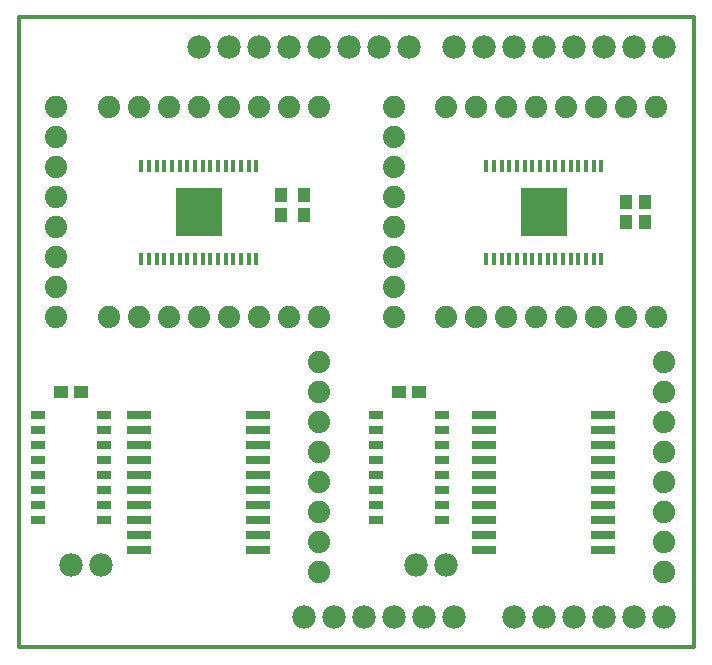
<source format=gts>
G75*
%MOIN*%
%OFA0B0*%
%FSLAX24Y24*%
%IPPOS*%
%LPD*%
%AMOC8*
5,1,8,0,0,1.08239X$1,22.5*
%
%ADD10C,0.0120*%
%ADD11R,0.0840X0.0300*%
%ADD12R,0.0512X0.0276*%
%ADD13C,0.0740*%
%ADD14R,0.0126X0.0402*%
%ADD15R,0.0114X0.0390*%
%ADD16R,0.1535X0.1614*%
%ADD17C,0.0780*%
%ADD18R,0.0473X0.0434*%
%ADD19R,0.0434X0.0473*%
D10*
X006252Y000160D02*
X006252Y021156D01*
X028747Y021156D01*
X028747Y000160D01*
X006252Y000160D01*
D11*
X010272Y003410D03*
X010272Y003910D03*
X010272Y004410D03*
X010272Y004910D03*
X010272Y005410D03*
X010272Y005910D03*
X010272Y006410D03*
X010272Y006910D03*
X010272Y007410D03*
X010272Y007910D03*
X014232Y007910D03*
X014232Y007410D03*
X014232Y006910D03*
X014232Y006410D03*
X014232Y005910D03*
X014232Y005410D03*
X014232Y004910D03*
X014232Y004410D03*
X014232Y003910D03*
X014232Y003410D03*
X021772Y003410D03*
X021772Y003910D03*
X021772Y004410D03*
X021772Y004910D03*
X021772Y005410D03*
X021772Y005910D03*
X021772Y006410D03*
X021772Y006910D03*
X021772Y007410D03*
X021772Y007910D03*
X025732Y007910D03*
X025732Y007410D03*
X025732Y006910D03*
X025732Y006410D03*
X025732Y005910D03*
X025732Y005410D03*
X025732Y004910D03*
X025732Y004410D03*
X025732Y003910D03*
X025732Y003410D03*
D12*
X020355Y004410D03*
X020355Y004910D03*
X020355Y005410D03*
X020355Y005910D03*
X020355Y006410D03*
X020355Y006910D03*
X020355Y007410D03*
X020355Y007910D03*
X018150Y007910D03*
X018150Y007410D03*
X018150Y006910D03*
X018150Y006410D03*
X018150Y005910D03*
X018150Y005410D03*
X018150Y004910D03*
X018150Y004410D03*
X009105Y004410D03*
X009105Y004910D03*
X009105Y005410D03*
X009105Y005910D03*
X009105Y006410D03*
X009105Y006910D03*
X009105Y007410D03*
X009105Y007910D03*
X006900Y007910D03*
X006900Y007410D03*
X006900Y006910D03*
X006900Y006410D03*
X006900Y005910D03*
X006900Y005410D03*
X006900Y004910D03*
X006900Y004410D03*
D13*
X007502Y011160D03*
X007502Y012160D03*
X007502Y013160D03*
X007502Y014160D03*
X007502Y015160D03*
X007502Y016160D03*
X007502Y017160D03*
X007502Y018160D03*
X009252Y018160D03*
X010252Y018160D03*
X011252Y018160D03*
X012252Y018160D03*
X013252Y018160D03*
X014252Y018160D03*
X015252Y018160D03*
X016252Y018160D03*
X018752Y018160D03*
X018752Y017160D03*
X018752Y016160D03*
X018752Y015160D03*
X018752Y014160D03*
X018752Y013160D03*
X018752Y012160D03*
X018752Y011160D03*
X020502Y011160D03*
X021502Y011160D03*
X022502Y011160D03*
X023502Y011160D03*
X024502Y011160D03*
X025502Y011160D03*
X026502Y011160D03*
X027502Y011160D03*
X027752Y009660D03*
X027752Y008660D03*
X027752Y007660D03*
X027752Y006660D03*
X027752Y005660D03*
X027752Y004660D03*
X027752Y003660D03*
X027752Y002660D03*
X016252Y002660D03*
X016252Y003660D03*
X016252Y004660D03*
X016252Y005660D03*
X016252Y006660D03*
X016252Y007660D03*
X016252Y008660D03*
X016252Y009660D03*
X016252Y011160D03*
X015252Y011160D03*
X014252Y011160D03*
X013252Y011160D03*
X012252Y011160D03*
X011252Y011160D03*
X010252Y011160D03*
X009252Y011160D03*
X020502Y018160D03*
X021502Y018160D03*
X022502Y018160D03*
X023502Y018160D03*
X024502Y018160D03*
X025502Y018160D03*
X026502Y018160D03*
X027502Y018160D03*
D14*
X025672Y016215D03*
X025416Y016215D03*
X025160Y016215D03*
X024904Y016215D03*
X024648Y016215D03*
X024392Y016215D03*
X024136Y016215D03*
X023880Y016215D03*
X023624Y016215D03*
X023369Y016215D03*
X023113Y016215D03*
X022857Y016215D03*
X022601Y016215D03*
X022345Y016215D03*
X022089Y016215D03*
X021833Y016215D03*
X021833Y013105D03*
X022089Y013105D03*
X022345Y013105D03*
X022601Y013105D03*
X022857Y013105D03*
X023113Y013105D03*
X023369Y013105D03*
X023624Y013105D03*
X023880Y013105D03*
X024136Y013105D03*
X024392Y013105D03*
X024648Y013105D03*
X024904Y013105D03*
X025160Y013105D03*
X025416Y013105D03*
X025672Y013105D03*
X014172Y013105D03*
X013916Y013105D03*
X013660Y013105D03*
X013404Y013105D03*
X013148Y013105D03*
X012892Y013105D03*
X012636Y013105D03*
X012380Y013105D03*
X012124Y013105D03*
X011869Y013105D03*
X011613Y013105D03*
X011357Y013105D03*
X011101Y013105D03*
X010845Y013105D03*
X010589Y013105D03*
X010333Y013105D03*
X010333Y016215D03*
X010589Y016215D03*
X010845Y016215D03*
X011101Y016215D03*
X011357Y016215D03*
X011613Y016215D03*
X011869Y016215D03*
X012124Y016215D03*
X012380Y016215D03*
X012636Y016215D03*
X012892Y016215D03*
X013148Y016215D03*
X013404Y016215D03*
X013660Y016215D03*
X013916Y016215D03*
X014172Y016215D03*
D15*
X014172Y016215D03*
X013916Y016215D03*
X013660Y016215D03*
X013404Y016215D03*
X013148Y016215D03*
X012892Y016215D03*
X012636Y016215D03*
X012380Y016215D03*
X012124Y016215D03*
X011869Y016215D03*
X011613Y016215D03*
X011357Y016215D03*
X011101Y016215D03*
X010845Y016215D03*
X010589Y016215D03*
X010333Y016215D03*
X010333Y013105D03*
X010589Y013105D03*
X010845Y013105D03*
X011101Y013105D03*
X011357Y013105D03*
X011613Y013105D03*
X011869Y013105D03*
X012124Y013105D03*
X012380Y013105D03*
X012636Y013105D03*
X012892Y013105D03*
X013148Y013105D03*
X013404Y013105D03*
X013660Y013105D03*
X013916Y013105D03*
X014172Y013105D03*
X021833Y013105D03*
X022089Y013105D03*
X022345Y013105D03*
X022601Y013105D03*
X022857Y013105D03*
X023113Y013105D03*
X023369Y013105D03*
X023624Y013105D03*
X023880Y013105D03*
X024136Y013105D03*
X024392Y013105D03*
X024648Y013105D03*
X024904Y013105D03*
X025160Y013105D03*
X025416Y013105D03*
X025672Y013105D03*
X025672Y016215D03*
X025416Y016215D03*
X025160Y016215D03*
X024904Y016215D03*
X024648Y016215D03*
X024392Y016215D03*
X024136Y016215D03*
X023880Y016215D03*
X023624Y016215D03*
X023369Y016215D03*
X023113Y016215D03*
X022857Y016215D03*
X022601Y016215D03*
X022345Y016215D03*
X022089Y016215D03*
X021833Y016215D03*
D16*
X023752Y014660D03*
X012252Y014660D03*
D17*
X012252Y020160D03*
X013252Y020160D03*
X014252Y020160D03*
X015252Y020160D03*
X016252Y020160D03*
X017252Y020160D03*
X018252Y020160D03*
X019252Y020160D03*
X020752Y020160D03*
X021752Y020160D03*
X022752Y020160D03*
X023752Y020160D03*
X024752Y020160D03*
X025752Y020160D03*
X026752Y020160D03*
X027752Y020160D03*
X020502Y002910D03*
X019502Y002910D03*
X019752Y001160D03*
X020752Y001160D03*
X018752Y001160D03*
X017752Y001160D03*
X016752Y001160D03*
X015752Y001160D03*
X009002Y002910D03*
X008002Y002910D03*
X022752Y001160D03*
X023752Y001160D03*
X024752Y001160D03*
X025752Y001160D03*
X026752Y001160D03*
X027752Y001160D03*
D18*
X019587Y008660D03*
X018918Y008660D03*
X008337Y008660D03*
X007668Y008660D03*
D19*
X015002Y014575D03*
X015752Y014575D03*
X015752Y015245D03*
X015002Y015245D03*
X026502Y014995D03*
X027127Y014995D03*
X027127Y014325D03*
X026502Y014325D03*
M02*

</source>
